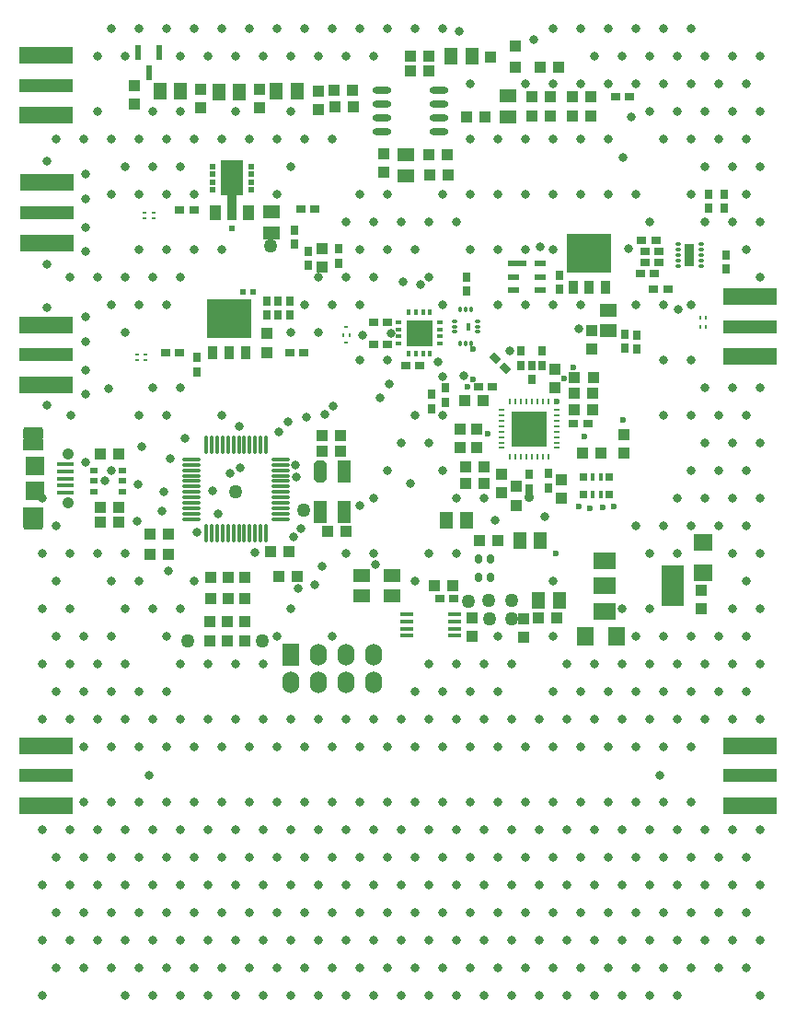
<source format=gts>
G04*
G04 #@! TF.GenerationSoftware,Altium Limited,Altium Designer,20.2.4 (192)*
G04*
G04 Layer_Color=8388736*
%FSLAX25Y25*%
%MOIN*%
G70*
G04*
G04 #@! TF.SameCoordinates,2E8E0BC3-B8D5-4E9D-ADAA-81CF339668D3*
G04*
G04*
G04 #@! TF.FilePolarity,Negative*
G04*
G01*
G75*
%ADD20R,0.08268X0.12795*%
%ADD21R,0.16043X0.14370*%
%ADD22R,0.03543X0.02756*%
%ADD23R,0.01181X0.00591*%
%ADD24R,0.00591X0.01181*%
%ADD25R,0.02264X0.01181*%
%ADD26R,0.01181X0.02264*%
%ADD27R,0.09449X0.09449*%
%ADD28R,0.06890X0.02362*%
%ADD29R,0.03937X0.02362*%
%ADD30R,0.02756X0.03543*%
%ADD31R,0.04331X0.03937*%
%ADD32R,0.03543X0.19685*%
%ADD33R,0.03937X0.05512*%
G04:AMPARAMS|DCode=34|XSize=31.5mil|YSize=23.62mil|CornerRadius=5.91mil|HoleSize=0mil|Usage=FLASHONLY|Rotation=90.000|XOffset=0mil|YOffset=0mil|HoleType=Round|Shape=RoundedRectangle|*
%AMROUNDEDRECTD34*
21,1,0.03150,0.01181,0,0,90.0*
21,1,0.01968,0.02362,0,0,90.0*
1,1,0.01181,0.00591,0.00984*
1,1,0.01181,0.00591,-0.00984*
1,1,0.01181,-0.00591,-0.00984*
1,1,0.01181,-0.00591,0.00984*
%
%ADD34ROUNDEDRECTD34*%
%ADD35O,0.01181X0.06890*%
%ADD36O,0.06890X0.01181*%
%ADD37R,0.02362X0.05512*%
%ADD38R,0.07900X0.05900*%
%ADD39R,0.07900X0.15000*%
%ADD40O,0.06890X0.02362*%
%ADD41R,0.07480X0.04232*%
%ADD42R,0.07087X0.07087*%
%ADD43R,0.05906X0.01575*%
%ADD44R,0.02756X0.01968*%
%ADD45R,0.04000X0.04000*%
%ADD46R,0.02559X0.02756*%
%ADD47R,0.01772X0.02756*%
%ADD48R,0.04500X0.01500*%
%ADD49R,0.04724X0.07874*%
G04:AMPARAMS|DCode=50|XSize=78.74mil|YSize=47.24mil|CornerRadius=0mil|HoleSize=0mil|Usage=FLASHONLY|Rotation=270.000|XOffset=0mil|YOffset=0mil|HoleType=Round|Shape=Octagon|*
%AMOCTAGOND50*
4,1,8,-0.01181,-0.03937,0.01181,-0.03937,0.02362,-0.02756,0.02362,0.02756,0.01181,0.03937,-0.01181,0.03937,-0.02362,0.02756,-0.02362,-0.02756,-0.01181,-0.03937,0.0*
%
%ADD50OCTAGOND50*%

%ADD51R,0.07087X0.06299*%
%ADD52R,0.05906X0.05118*%
%ADD53R,0.03937X0.04331*%
%ADD54O,0.02362X0.01181*%
%ADD55R,0.03543X0.08268*%
%ADD56R,0.12992X0.12992*%
%ADD57O,0.00984X0.02559*%
%ADD58O,0.02559X0.00984*%
%ADD59O,0.01181X0.02362*%
%ADD60R,0.01575X0.03150*%
%ADD61R,0.03543X0.05118*%
%ADD62R,0.19685X0.06299*%
%ADD63R,0.19685X0.04724*%
%ADD64R,0.01496X0.01102*%
G04:AMPARAMS|DCode=65|XSize=27.56mil|YSize=35.43mil|CornerRadius=0mil|HoleSize=0mil|Usage=FLASHONLY|Rotation=225.000|XOffset=0mil|YOffset=0mil|HoleType=Round|Shape=Rectangle|*
%AMROTATEDRECTD65*
4,1,4,-0.00278,0.02227,0.02227,-0.00278,0.00278,-0.02227,-0.02227,0.00278,-0.00278,0.02227,0.0*
%
%ADD65ROTATEDRECTD65*%

%ADD66R,0.06299X0.07087*%
%ADD67R,0.01102X0.01496*%
%ADD68R,0.05118X0.05906*%
G04:AMPARAMS|DCode=69|XSize=74.8mil|YSize=49.21mil|CornerRadius=12.3mil|HoleSize=0mil|Usage=FLASHONLY|Rotation=0.000|XOffset=0mil|YOffset=0mil|HoleType=Round|Shape=RoundedRectangle|*
%AMROUNDEDRECTD69*
21,1,0.07480,0.02461,0,0,0.0*
21,1,0.05020,0.04921,0,0,0.0*
1,1,0.02461,0.02510,-0.01230*
1,1,0.02461,-0.02510,-0.01230*
1,1,0.02461,-0.02510,0.01230*
1,1,0.02461,0.02510,0.01230*
%
%ADD69ROUNDEDRECTD69*%
%ADD70C,0.04134*%
%ADD71R,0.06000X0.08000*%
%ADD72O,0.06000X0.08000*%
%ADD73C,0.02400*%
%ADD74C,0.03150*%
%ADD75C,0.05000*%
%ADD76C,0.02362*%
%ADD77C,0.03556*%
D20*
X77362Y314819D02*
D03*
D21*
X76329Y263834D02*
D03*
X206785Y287413D02*
D03*
D22*
X128543Y262731D02*
D03*
X133661D02*
D03*
X128543Y254681D02*
D03*
X133661D02*
D03*
X145472Y246807D02*
D03*
X140354D02*
D03*
X201181Y225941D02*
D03*
X206299D02*
D03*
X53346Y251531D02*
D03*
X58464D02*
D03*
X103346Y251728D02*
D03*
X98228D02*
D03*
X232087Y284208D02*
D03*
X226969D02*
D03*
X232087Y288145D02*
D03*
X226969D02*
D03*
X221402Y344216D02*
D03*
X216283D02*
D03*
X171795Y239098D02*
D03*
X166677D02*
D03*
X225787Y292082D02*
D03*
X230906D02*
D03*
X225328Y280228D02*
D03*
X230446D02*
D03*
X235236Y274563D02*
D03*
X230118D02*
D03*
X157677Y162592D02*
D03*
X152559D02*
D03*
X63543Y303106D02*
D03*
X58425D02*
D03*
X107438Y303500D02*
D03*
X102320D02*
D03*
D23*
X118841Y260882D02*
D03*
Y255173D02*
D03*
D24*
X120121Y258027D02*
D03*
X117561D02*
D03*
D25*
X152706Y254878D02*
D03*
X152707Y257439D02*
D03*
X152706Y259995D02*
D03*
X152705Y262556D02*
D03*
X137847D02*
D03*
X137847Y259995D02*
D03*
Y257430D02*
D03*
X137840Y254879D02*
D03*
D26*
X149116Y266140D02*
D03*
X146555Y266148D02*
D03*
X143997Y266148D02*
D03*
X141437Y266148D02*
D03*
X141436Y251279D02*
D03*
X143997Y251279D02*
D03*
X146560Y251288D02*
D03*
X149114Y251284D02*
D03*
D27*
X145275Y258716D02*
D03*
D28*
X180797Y283766D02*
D03*
D29*
X179320Y279041D02*
D03*
D03*
X179320Y274317D02*
D03*
X189163D02*
D03*
X189163Y279041D02*
D03*
X189163Y283766D02*
D03*
D30*
X116142Y284012D02*
D03*
Y289130D02*
D03*
X98425Y270232D02*
D03*
Y265114D02*
D03*
X191929Y207831D02*
D03*
Y202712D02*
D03*
X185968Y247004D02*
D03*
Y241886D02*
D03*
X94130Y265114D02*
D03*
Y270232D02*
D03*
X154580Y238736D02*
D03*
Y233618D02*
D03*
X149606Y236472D02*
D03*
Y231354D02*
D03*
X162205Y278893D02*
D03*
Y273775D02*
D03*
X64567Y249760D02*
D03*
Y244641D02*
D03*
X256299Y281890D02*
D03*
Y287008D02*
D03*
X255817Y303742D02*
D03*
Y308860D02*
D03*
X181890Y247004D02*
D03*
Y252122D02*
D03*
X189764Y252122D02*
D03*
Y247004D02*
D03*
X250000Y308860D02*
D03*
Y303742D02*
D03*
X184984Y207405D02*
D03*
Y202287D02*
D03*
X195910Y274563D02*
D03*
Y279681D02*
D03*
X219563Y253106D02*
D03*
Y258224D02*
D03*
X224016Y252909D02*
D03*
Y258027D02*
D03*
X90157Y270232D02*
D03*
Y265114D02*
D03*
X100042Y296020D02*
D03*
Y290901D02*
D03*
X105118Y283224D02*
D03*
Y288342D02*
D03*
D31*
X155260Y323350D02*
D03*
X148567D02*
D03*
X168252Y234374D02*
D03*
X161559D02*
D03*
X168701Y204287D02*
D03*
X162008D02*
D03*
X208071Y236768D02*
D03*
X201378D02*
D03*
X201378Y230862D02*
D03*
X208071D02*
D03*
X173764Y183618D02*
D03*
X167071Y183618D02*
D03*
X157285Y167279D02*
D03*
X150593D02*
D03*
X54527Y185980D02*
D03*
X47835D02*
D03*
X54527Y178697D02*
D03*
X47835D02*
D03*
X118701Y186767D02*
D03*
X112008D02*
D03*
X110157Y215901D02*
D03*
X116850D02*
D03*
X110039Y221413D02*
D03*
X116732D02*
D03*
X188281Y155665D02*
D03*
X194974D02*
D03*
X141874Y353665D02*
D03*
X148567D02*
D03*
Y358783D02*
D03*
X141874D02*
D03*
X121008Y346579D02*
D03*
X114315D02*
D03*
X155654Y315870D02*
D03*
X148961D02*
D03*
X121402Y340673D02*
D03*
X114709D02*
D03*
X162346Y336736D02*
D03*
X169039D02*
D03*
X185969Y344216D02*
D03*
X192661D02*
D03*
X168701Y210193D02*
D03*
X162008D02*
D03*
X201520Y242445D02*
D03*
X208213D02*
D03*
X211024Y215114D02*
D03*
X204331D02*
D03*
X94357Y170626D02*
D03*
X101050D02*
D03*
X29724Y190114D02*
D03*
X36417D02*
D03*
X29724Y214819D02*
D03*
X36417D02*
D03*
X29724Y195626D02*
D03*
X36417D02*
D03*
X189118Y354846D02*
D03*
X195811D02*
D03*
X207228Y344216D02*
D03*
X200535D02*
D03*
X207228Y337130D02*
D03*
X200535D02*
D03*
X192661D02*
D03*
X185969D02*
D03*
X91270Y179563D02*
D03*
X97963D02*
D03*
D32*
X77362Y309208D02*
D03*
D33*
X71260Y302122D02*
D03*
X83464D02*
D03*
D34*
X166614Y170392D02*
D03*
X171063Y170392D02*
D03*
X171063Y176888D02*
D03*
X166614D02*
D03*
D35*
X89709Y186079D02*
D03*
X87740Y186078D02*
D03*
X85772D02*
D03*
X83803D02*
D03*
X81835D02*
D03*
X79866D02*
D03*
X77898Y186079D02*
D03*
X75929D02*
D03*
X73961Y186078D02*
D03*
X71992D02*
D03*
X70024D02*
D03*
X68055D02*
D03*
Y218165D02*
D03*
X70024Y218165D02*
D03*
X71992D02*
D03*
X73961D02*
D03*
X75929Y218165D02*
D03*
X77898D02*
D03*
X79866D02*
D03*
X81835D02*
D03*
X83803D02*
D03*
X85772Y218165D02*
D03*
X87740D02*
D03*
X89709Y218165D02*
D03*
D36*
X62839Y191295D02*
D03*
Y193263D02*
D03*
Y195232D02*
D03*
X62839Y197201D02*
D03*
Y199169D02*
D03*
Y201137D02*
D03*
X62839Y203106D02*
D03*
Y205075D02*
D03*
X62839Y207043D02*
D03*
Y209012D02*
D03*
Y210980D02*
D03*
Y212948D02*
D03*
X94925D02*
D03*
Y210980D02*
D03*
Y209012D02*
D03*
Y207043D02*
D03*
Y205075D02*
D03*
Y203106D02*
D03*
Y201137D02*
D03*
Y199169D02*
D03*
Y197201D02*
D03*
Y195232D02*
D03*
Y193263D02*
D03*
Y191295D02*
D03*
D37*
X50984Y360389D02*
D03*
X43504D02*
D03*
X47244Y352909D02*
D03*
D38*
X212332Y158022D02*
D03*
Y167122D02*
D03*
Y176222D02*
D03*
D39*
X237132Y167122D02*
D03*
D40*
X152406Y331598D02*
D03*
Y336598D02*
D03*
Y341598D02*
D03*
Y346598D02*
D03*
X131736Y331598D02*
D03*
Y336598D02*
D03*
Y341598D02*
D03*
Y346598D02*
D03*
D41*
X5474Y193633D02*
D03*
Y218337D02*
D03*
D42*
X6183Y201458D02*
D03*
Y210513D02*
D03*
D43*
X17010Y200867D02*
D03*
Y203426D02*
D03*
Y205985D02*
D03*
Y208544D02*
D03*
X17010Y211103D02*
D03*
D44*
X27224Y201334D02*
D03*
Y205075D02*
D03*
Y208815D02*
D03*
X37657D02*
D03*
Y205075D02*
D03*
Y201334D02*
D03*
D45*
X171135Y358683D02*
D03*
X179936Y362583D02*
D03*
Y354983D02*
D03*
X69685Y170392D02*
D03*
Y162592D02*
D03*
X75984Y170392D02*
D03*
Y162592D02*
D03*
X82102Y170392D02*
D03*
Y162592D02*
D03*
D46*
X204724Y200153D02*
D03*
Y206452D02*
D03*
X214173Y200153D02*
D03*
Y206452D02*
D03*
D47*
X207874Y200153D02*
D03*
Y206452D02*
D03*
X211024Y200153D02*
D03*
Y206452D02*
D03*
D48*
X157874Y156750D02*
D03*
Y154190D02*
D03*
Y151630D02*
D03*
Y149070D02*
D03*
X140551Y149068D02*
D03*
X140551Y151628D02*
D03*
X140551Y154188D02*
D03*
Y156748D02*
D03*
D49*
X118110Y208618D02*
D03*
X118110Y194051D02*
D03*
X109449Y194051D02*
D03*
D50*
Y208618D02*
D03*
D51*
X248031Y172004D02*
D03*
Y183027D02*
D03*
D52*
X135433Y163539D02*
D03*
Y171019D02*
D03*
X91571Y302516D02*
D03*
Y295035D02*
D03*
X140496Y323153D02*
D03*
Y315673D02*
D03*
X124409Y171019D02*
D03*
Y163539D02*
D03*
X213779Y266886D02*
D03*
Y259405D02*
D03*
X177504Y344413D02*
D03*
Y336933D02*
D03*
D53*
X110039Y289277D02*
D03*
Y282584D02*
D03*
X219291Y215311D02*
D03*
Y222004D02*
D03*
X90157Y251728D02*
D03*
Y258421D02*
D03*
X196850Y205468D02*
D03*
Y198775D02*
D03*
X180260Y203075D02*
D03*
Y196382D02*
D03*
X194433Y238901D02*
D03*
Y245594D02*
D03*
X160181Y223941D02*
D03*
Y217248D02*
D03*
X175197Y207634D02*
D03*
Y200941D02*
D03*
X166087Y223941D02*
D03*
Y217248D02*
D03*
X164370Y155665D02*
D03*
X164370Y148972D02*
D03*
X183071Y155271D02*
D03*
Y148579D02*
D03*
X132228Y316854D02*
D03*
Y323547D02*
D03*
X66087Y340083D02*
D03*
Y346775D02*
D03*
X87347Y340083D02*
D03*
Y346775D02*
D03*
X69504Y147382D02*
D03*
Y154075D02*
D03*
X75803Y147382D02*
D03*
Y154075D02*
D03*
X82102Y147382D02*
D03*
Y154075D02*
D03*
X108606Y346382D02*
D03*
Y339689D02*
D03*
X42126Y348350D02*
D03*
Y341657D02*
D03*
X207732Y259602D02*
D03*
Y252909D02*
D03*
X247244Y158815D02*
D03*
Y165508D02*
D03*
D54*
X238976Y290901D02*
D03*
Y288933D02*
D03*
Y286964D02*
D03*
Y284996D02*
D03*
Y283027D02*
D03*
X247244D02*
D03*
Y284996D02*
D03*
Y286964D02*
D03*
Y288933D02*
D03*
Y290901D02*
D03*
X158016Y263006D02*
D03*
Y261038D02*
D03*
Y259069D02*
D03*
X166284D02*
D03*
Y261038D02*
D03*
Y263006D02*
D03*
D55*
X243110Y286964D02*
D03*
D56*
X185039Y223972D02*
D03*
D57*
X191929Y214031D02*
D03*
X189961D02*
D03*
X187992D02*
D03*
X186024D02*
D03*
X184055D02*
D03*
X182087D02*
D03*
X180118D02*
D03*
X178150D02*
D03*
Y233913D02*
D03*
X180118D02*
D03*
X182087D02*
D03*
X184055D02*
D03*
X186024D02*
D03*
X187992D02*
D03*
X189961D02*
D03*
X191929D02*
D03*
D58*
X175098Y217083D02*
D03*
Y219051D02*
D03*
Y221020D02*
D03*
Y222988D02*
D03*
Y224956D02*
D03*
Y226925D02*
D03*
Y228893D02*
D03*
Y230862D02*
D03*
X194980D02*
D03*
Y228893D02*
D03*
Y226925D02*
D03*
Y224956D02*
D03*
Y222988D02*
D03*
Y221020D02*
D03*
Y219051D02*
D03*
Y217083D02*
D03*
D59*
X164118Y267140D02*
D03*
X162150D02*
D03*
X160181D02*
D03*
Y254935D02*
D03*
X162150D02*
D03*
X164118D02*
D03*
D60*
X162937Y261038D02*
D03*
D61*
X70472Y251630D02*
D03*
X82283D02*
D03*
X76378D02*
D03*
X206835Y275208D02*
D03*
X212740D02*
D03*
X200929D02*
D03*
D62*
X265118Y87520D02*
D03*
Y109331D02*
D03*
X10079Y261693D02*
D03*
Y239882D02*
D03*
X10258Y313126D02*
D03*
Y291315D02*
D03*
X265118Y250118D02*
D03*
Y271929D02*
D03*
X10079Y359269D02*
D03*
Y337458D02*
D03*
Y109331D02*
D03*
Y87520D02*
D03*
D63*
X265118Y98425D02*
D03*
X10079Y250787D02*
D03*
X10258Y302220D02*
D03*
X265118Y261024D02*
D03*
X10079Y348363D02*
D03*
Y98425D02*
D03*
D64*
X48868Y302220D02*
D03*
X45719D02*
D03*
Y300252D02*
D03*
X48868D02*
D03*
X46063Y248807D02*
D03*
X42913D02*
D03*
Y250775D02*
D03*
X46063D02*
D03*
D65*
X172600Y249431D02*
D03*
X176219Y245813D02*
D03*
D66*
X205512Y148775D02*
D03*
X216535D02*
D03*
D67*
X249016Y260931D02*
D03*
Y264081D02*
D03*
X247047D02*
D03*
Y260931D02*
D03*
D68*
X156835Y358783D02*
D03*
X164315D02*
D03*
X58803Y346185D02*
D03*
X51323D02*
D03*
X80063Y345791D02*
D03*
X72583D02*
D03*
X100929Y346185D02*
D03*
X93449D02*
D03*
X189173Y183421D02*
D03*
X181693D02*
D03*
X162346Y190901D02*
D03*
X154866D02*
D03*
X188491Y161767D02*
D03*
X195971D02*
D03*
D69*
X5474Y189883D02*
D03*
Y222087D02*
D03*
D70*
X17994Y214745D02*
D03*
X17994Y197225D02*
D03*
D71*
X98779Y142358D02*
D03*
D72*
Y132358D02*
D03*
X108780Y142358D02*
D03*
Y132358D02*
D03*
X118780Y142358D02*
D03*
Y132358D02*
D03*
X128779Y142358D02*
D03*
Y132358D02*
D03*
D73*
X206835Y275208D02*
D03*
X202512Y291886D02*
D03*
X205660Y286375D02*
D03*
X208809D02*
D03*
Y283619D02*
D03*
X205660D02*
D03*
Y289131D02*
D03*
X208809D02*
D03*
Y291886D02*
D03*
X202510Y283619D02*
D03*
Y286375D02*
D03*
X205660Y291886D02*
D03*
X202512Y288963D02*
D03*
X211959Y291886D02*
D03*
Y286375D02*
D03*
Y289131D02*
D03*
Y283619D02*
D03*
X85039Y273720D02*
D03*
X81496D02*
D03*
X76378Y251218D02*
D03*
X81496Y259782D02*
D03*
Y265293D02*
D03*
Y262537D02*
D03*
Y268048D02*
D03*
X72215Y265126D02*
D03*
X75197Y268048D02*
D03*
X72047Y262537D02*
D03*
Y259782D02*
D03*
X78347Y268048D02*
D03*
Y265293D02*
D03*
X75197D02*
D03*
Y259782D02*
D03*
X78347D02*
D03*
Y262537D02*
D03*
X75197D02*
D03*
X77362Y296457D02*
D03*
X77362Y305118D02*
D03*
Y302362D02*
D03*
Y307874D02*
D03*
X84350Y318896D02*
D03*
Y316142D02*
D03*
Y310630D02*
D03*
Y313386D02*
D03*
X70276Y318896D02*
D03*
Y316142D02*
D03*
Y310630D02*
D03*
Y313386D02*
D03*
X75732D02*
D03*
X79150D02*
D03*
Y310630D02*
D03*
X75732D02*
D03*
Y316142D02*
D03*
X79150D02*
D03*
Y318896D02*
D03*
X75732D02*
D03*
D74*
X19089Y228948D02*
D03*
X24409Y245215D02*
D03*
Y255451D02*
D03*
Y236706D02*
D03*
X10214Y232710D02*
D03*
X24409Y264506D02*
D03*
X10214Y268048D02*
D03*
X10258Y320866D02*
D03*
X24409Y316142D02*
D03*
X10258Y283465D02*
D03*
X24409Y288342D02*
D03*
Y307087D02*
D03*
Y296850D02*
D03*
X268779Y358972D02*
D03*
Y338972D02*
D03*
Y318972D02*
D03*
Y298972D02*
D03*
Y278972D02*
D03*
Y238972D02*
D03*
Y218972D02*
D03*
Y198972D02*
D03*
Y178972D02*
D03*
Y158972D02*
D03*
Y138972D02*
D03*
Y118972D02*
D03*
Y78972D02*
D03*
Y58972D02*
D03*
Y38972D02*
D03*
Y18972D02*
D03*
X258780Y358972D02*
D03*
X263779Y348972D02*
D03*
X258780Y338972D02*
D03*
X263779Y328972D02*
D03*
X258780Y318972D02*
D03*
X263779Y308972D02*
D03*
X258780Y298972D02*
D03*
X263779Y288972D02*
D03*
X258780Y238972D02*
D03*
X263779Y228972D02*
D03*
X258780Y218972D02*
D03*
X263779Y208972D02*
D03*
X258780Y198972D02*
D03*
X263779Y188972D02*
D03*
X258780Y178972D02*
D03*
X263779Y168972D02*
D03*
X258780Y158972D02*
D03*
X263779Y148972D02*
D03*
X258780Y138972D02*
D03*
X263779Y128972D02*
D03*
X258780Y118972D02*
D03*
Y78972D02*
D03*
X263779Y68972D02*
D03*
X258780Y58972D02*
D03*
X263779Y48972D02*
D03*
X258780Y38972D02*
D03*
X263779Y28972D02*
D03*
X248780Y358972D02*
D03*
X253780Y348972D02*
D03*
X248780Y338972D02*
D03*
X253780Y328972D02*
D03*
X248780Y318972D02*
D03*
Y298972D02*
D03*
Y238972D02*
D03*
X253780Y228972D02*
D03*
X248780Y218972D02*
D03*
X253780Y208972D02*
D03*
X248780Y198972D02*
D03*
X253780Y188972D02*
D03*
Y148972D02*
D03*
X248780Y138972D02*
D03*
X253780Y128972D02*
D03*
X248780Y118972D02*
D03*
Y78972D02*
D03*
X253780Y68972D02*
D03*
X248780Y58972D02*
D03*
X253780Y48972D02*
D03*
X248780Y38972D02*
D03*
X253780Y28972D02*
D03*
X243779Y368972D02*
D03*
X238779Y358972D02*
D03*
X243779Y348972D02*
D03*
X238779Y338972D02*
D03*
X243779Y328972D02*
D03*
Y308972D02*
D03*
Y268972D02*
D03*
Y248972D02*
D03*
Y228972D02*
D03*
Y208972D02*
D03*
X238779Y198972D02*
D03*
X243779Y188972D02*
D03*
X238779Y178972D02*
D03*
X243779Y148972D02*
D03*
X238779Y138972D02*
D03*
X243779Y128972D02*
D03*
X238779Y118972D02*
D03*
X243779Y108972D02*
D03*
Y88972D02*
D03*
X238779Y78972D02*
D03*
X243779Y68972D02*
D03*
X238779Y58972D02*
D03*
X243779Y48972D02*
D03*
X238779Y38972D02*
D03*
X243779Y28972D02*
D03*
X238779Y18972D02*
D03*
X233780Y368972D02*
D03*
X228780Y358972D02*
D03*
X233780Y348972D02*
D03*
X228780Y338972D02*
D03*
X233780Y328972D02*
D03*
X228780Y298972D02*
D03*
X233780Y268972D02*
D03*
Y248972D02*
D03*
Y228972D02*
D03*
Y188972D02*
D03*
X228780Y178972D02*
D03*
Y158972D02*
D03*
X233780Y148972D02*
D03*
X228780Y138972D02*
D03*
X233780Y128972D02*
D03*
X228780Y118972D02*
D03*
X233780Y108972D02*
D03*
Y88972D02*
D03*
X228780Y78972D02*
D03*
X233780Y68972D02*
D03*
X228780Y58972D02*
D03*
X233780Y48972D02*
D03*
X228780Y38972D02*
D03*
X233780Y28972D02*
D03*
X228780Y18972D02*
D03*
X223780Y368972D02*
D03*
X218779Y358972D02*
D03*
X223780Y348972D02*
D03*
Y308972D02*
D03*
Y268972D02*
D03*
Y188972D02*
D03*
X218779Y158972D02*
D03*
X223780Y148972D02*
D03*
X218779Y138972D02*
D03*
X223780Y128972D02*
D03*
X218779Y118972D02*
D03*
X223780Y108972D02*
D03*
Y88972D02*
D03*
X218779Y78972D02*
D03*
X223780Y68972D02*
D03*
X218779Y58972D02*
D03*
X223780Y48972D02*
D03*
X218779Y38972D02*
D03*
X223780Y28972D02*
D03*
X218779Y18972D02*
D03*
X213779Y368972D02*
D03*
X208780Y358972D02*
D03*
X213779Y348972D02*
D03*
Y328972D02*
D03*
Y308972D02*
D03*
X208780Y138972D02*
D03*
X213779Y128972D02*
D03*
X208780Y118972D02*
D03*
X213779Y108972D02*
D03*
Y88972D02*
D03*
X208780Y78972D02*
D03*
X213779Y68972D02*
D03*
X208780Y58972D02*
D03*
X213779Y48972D02*
D03*
X208780Y38972D02*
D03*
X213779Y28972D02*
D03*
X208780Y18972D02*
D03*
X203780Y368972D02*
D03*
Y348972D02*
D03*
Y328972D02*
D03*
Y308972D02*
D03*
Y268972D02*
D03*
X198779Y138972D02*
D03*
X203780Y128972D02*
D03*
X198779Y118972D02*
D03*
X203780Y108972D02*
D03*
Y88972D02*
D03*
X198779Y78972D02*
D03*
X203780Y68972D02*
D03*
X198779Y58972D02*
D03*
X203780Y48972D02*
D03*
X198779Y38972D02*
D03*
X203780Y28972D02*
D03*
X198779Y18972D02*
D03*
X193780Y368972D02*
D03*
Y348972D02*
D03*
Y328972D02*
D03*
Y308972D02*
D03*
Y288972D02*
D03*
Y268972D02*
D03*
Y168972D02*
D03*
Y148972D02*
D03*
Y128972D02*
D03*
X188779Y118972D02*
D03*
X193780Y108972D02*
D03*
Y88972D02*
D03*
X188779Y78972D02*
D03*
X193780Y68972D02*
D03*
X188779Y58972D02*
D03*
X193780Y48972D02*
D03*
X188779Y38972D02*
D03*
X193780Y28972D02*
D03*
X188779Y18972D02*
D03*
X183780Y348972D02*
D03*
Y328972D02*
D03*
Y308972D02*
D03*
Y288972D02*
D03*
Y268972D02*
D03*
X178779Y138972D02*
D03*
Y118972D02*
D03*
X183780Y108972D02*
D03*
Y88972D02*
D03*
X178779Y78972D02*
D03*
X183780Y68972D02*
D03*
X178779Y58972D02*
D03*
X183780Y48972D02*
D03*
X178779Y38972D02*
D03*
X183780Y28972D02*
D03*
X178779Y18972D02*
D03*
X173779Y328972D02*
D03*
Y308972D02*
D03*
Y288972D02*
D03*
Y268972D02*
D03*
X168780Y198972D02*
D03*
X173779Y148972D02*
D03*
X168780Y138972D02*
D03*
X173779Y128972D02*
D03*
X168780Y118972D02*
D03*
X173779Y108972D02*
D03*
Y88972D02*
D03*
X168780Y78972D02*
D03*
X173779Y68972D02*
D03*
X168780Y58972D02*
D03*
X173779Y48972D02*
D03*
X168780Y38972D02*
D03*
X173779Y28972D02*
D03*
X168780Y18972D02*
D03*
X163779Y348972D02*
D03*
Y328972D02*
D03*
Y308972D02*
D03*
X158780Y298972D02*
D03*
X163779Y288972D02*
D03*
X158780Y198972D02*
D03*
Y178972D02*
D03*
Y138972D02*
D03*
X163779Y128972D02*
D03*
X158780Y118972D02*
D03*
X163779Y108972D02*
D03*
Y88972D02*
D03*
X158780Y78972D02*
D03*
X163779Y68972D02*
D03*
X158780Y58972D02*
D03*
X163779Y48972D02*
D03*
X158780Y38972D02*
D03*
X163779Y28972D02*
D03*
X158780Y18972D02*
D03*
X153779Y368972D02*
D03*
Y308972D02*
D03*
X148779Y298972D02*
D03*
Y278972D02*
D03*
X153779Y268972D02*
D03*
Y228972D02*
D03*
X148779Y218972D02*
D03*
X153779Y208972D02*
D03*
X148779Y178972D02*
D03*
Y138972D02*
D03*
X153779Y128972D02*
D03*
X148779Y118972D02*
D03*
X153779Y108972D02*
D03*
Y88972D02*
D03*
X148779Y78972D02*
D03*
X153779Y68972D02*
D03*
X148779Y58972D02*
D03*
X153779Y48972D02*
D03*
X148779Y38972D02*
D03*
X153779Y28972D02*
D03*
X148779Y18972D02*
D03*
X143780Y368972D02*
D03*
X138779Y298972D02*
D03*
X143780Y288972D02*
D03*
Y228972D02*
D03*
X138779Y218972D02*
D03*
X143780Y168972D02*
D03*
Y128972D02*
D03*
X138779Y118972D02*
D03*
X143780Y108972D02*
D03*
Y88972D02*
D03*
X138779Y78972D02*
D03*
X143780Y68972D02*
D03*
X138779Y58972D02*
D03*
X143780Y48972D02*
D03*
X138779Y38972D02*
D03*
X143780Y28972D02*
D03*
X138779Y18972D02*
D03*
X133780Y368972D02*
D03*
X128779Y358972D02*
D03*
X133780Y308972D02*
D03*
X128779Y298972D02*
D03*
X133780Y288972D02*
D03*
X128779Y278972D02*
D03*
X133780Y248972D02*
D03*
Y208972D02*
D03*
X128779Y198972D02*
D03*
Y178972D02*
D03*
Y118972D02*
D03*
X133780Y108972D02*
D03*
Y88972D02*
D03*
X128779Y78972D02*
D03*
X133780Y68972D02*
D03*
X128779Y58972D02*
D03*
X133780Y48972D02*
D03*
X128779Y38972D02*
D03*
X133780Y28972D02*
D03*
X128779Y18972D02*
D03*
X123779Y368972D02*
D03*
X118780Y358972D02*
D03*
X123779Y308972D02*
D03*
X118780Y298972D02*
D03*
X123779Y288972D02*
D03*
X118780Y278972D02*
D03*
X123779Y268972D02*
D03*
Y248972D02*
D03*
X118780Y178972D02*
D03*
Y118972D02*
D03*
X123779Y108972D02*
D03*
Y88972D02*
D03*
X118780Y78972D02*
D03*
X123779Y68972D02*
D03*
X118780Y58972D02*
D03*
X123779Y48972D02*
D03*
X118780Y38972D02*
D03*
X123779Y28972D02*
D03*
X118780Y18972D02*
D03*
X113779Y368972D02*
D03*
X108780Y358972D02*
D03*
X113779Y328972D02*
D03*
X108780Y278972D02*
D03*
X113779Y268972D02*
D03*
X108780Y258972D02*
D03*
X113779Y148972D02*
D03*
X108780Y118972D02*
D03*
X113779Y108972D02*
D03*
Y88972D02*
D03*
X108780Y78972D02*
D03*
X113779Y68972D02*
D03*
X108780Y58972D02*
D03*
X113779Y48972D02*
D03*
X108780Y38972D02*
D03*
X113779Y28972D02*
D03*
X108780Y18972D02*
D03*
X103779Y368972D02*
D03*
X98779Y358972D02*
D03*
Y338972D02*
D03*
X103779Y328972D02*
D03*
X98779Y318972D02*
D03*
X103779Y268972D02*
D03*
X98779Y258972D02*
D03*
Y158972D02*
D03*
Y118972D02*
D03*
X103779Y108972D02*
D03*
Y88972D02*
D03*
X98779Y78972D02*
D03*
X103779Y68972D02*
D03*
X98779Y58972D02*
D03*
X103779Y48972D02*
D03*
X98779Y38972D02*
D03*
X103779Y28972D02*
D03*
X98779Y18972D02*
D03*
X93779Y368972D02*
D03*
X88779Y358972D02*
D03*
X93779Y328972D02*
D03*
Y308972D02*
D03*
Y148972D02*
D03*
X88779Y138972D02*
D03*
Y118972D02*
D03*
X93779Y108972D02*
D03*
Y88972D02*
D03*
X88779Y78972D02*
D03*
X93779Y68972D02*
D03*
X88779Y58972D02*
D03*
X93779Y48972D02*
D03*
X88779Y38972D02*
D03*
X93779Y28972D02*
D03*
X88779Y18972D02*
D03*
X83780Y368972D02*
D03*
X78780Y358972D02*
D03*
Y338972D02*
D03*
X83780Y328972D02*
D03*
X78780Y138972D02*
D03*
Y118972D02*
D03*
X83780Y108972D02*
D03*
Y88972D02*
D03*
X78780Y78972D02*
D03*
X83780Y68972D02*
D03*
X78780Y58972D02*
D03*
X83780Y48972D02*
D03*
X78780Y38972D02*
D03*
X83780Y28972D02*
D03*
X78780Y18972D02*
D03*
X73779Y368972D02*
D03*
X68779Y358972D02*
D03*
X73779Y328972D02*
D03*
Y288972D02*
D03*
Y228972D02*
D03*
X68779Y138972D02*
D03*
Y118972D02*
D03*
X73779Y108972D02*
D03*
Y88972D02*
D03*
X68779Y78972D02*
D03*
X73779Y68972D02*
D03*
X68779Y58972D02*
D03*
X73779Y48972D02*
D03*
X68779Y38972D02*
D03*
X73779Y28972D02*
D03*
X68779Y18972D02*
D03*
X63779Y368972D02*
D03*
X58780Y358972D02*
D03*
Y338972D02*
D03*
X63779Y328972D02*
D03*
X58780Y318972D02*
D03*
X63779Y308972D02*
D03*
Y288972D02*
D03*
X58780Y278972D02*
D03*
Y238972D02*
D03*
X63779Y168972D02*
D03*
X58780Y158972D02*
D03*
Y138972D02*
D03*
Y118972D02*
D03*
X63779Y108972D02*
D03*
Y88972D02*
D03*
X58780Y78972D02*
D03*
X63779Y68972D02*
D03*
X58780Y58972D02*
D03*
X63779Y48972D02*
D03*
X58780Y38972D02*
D03*
X63779Y28972D02*
D03*
X58780Y18972D02*
D03*
X53780Y368972D02*
D03*
X48779Y338972D02*
D03*
X53780Y328972D02*
D03*
X48779Y318972D02*
D03*
X53780Y308972D02*
D03*
Y288972D02*
D03*
X48779Y278972D02*
D03*
X53780Y268972D02*
D03*
X48779Y238972D02*
D03*
X53780Y228972D02*
D03*
X48779Y158972D02*
D03*
X53780Y148972D02*
D03*
Y128972D02*
D03*
X48779Y118972D02*
D03*
X53780Y108972D02*
D03*
Y88972D02*
D03*
X48779Y78972D02*
D03*
X53780Y68972D02*
D03*
X48779Y58972D02*
D03*
X53780Y48972D02*
D03*
X48779Y38972D02*
D03*
X53780Y28972D02*
D03*
X48779Y18972D02*
D03*
X43780Y368972D02*
D03*
X38780Y358972D02*
D03*
X43780Y328972D02*
D03*
X38780Y318972D02*
D03*
X43780Y308972D02*
D03*
Y288972D02*
D03*
X38780Y278972D02*
D03*
X43780Y268972D02*
D03*
X38780Y258972D02*
D03*
X43780Y228972D02*
D03*
X38780Y178972D02*
D03*
X43780Y168972D02*
D03*
X38780Y158972D02*
D03*
Y138972D02*
D03*
X43780Y128972D02*
D03*
X38780Y118972D02*
D03*
X43780Y108972D02*
D03*
Y88972D02*
D03*
X38780Y78972D02*
D03*
X43780Y68972D02*
D03*
X38780Y58972D02*
D03*
X43780Y48972D02*
D03*
X38780Y38972D02*
D03*
X43780Y28972D02*
D03*
X38780Y18972D02*
D03*
X33779Y368972D02*
D03*
X28780Y358972D02*
D03*
Y338972D02*
D03*
X33779Y328972D02*
D03*
Y308972D02*
D03*
X28780Y278972D02*
D03*
X33779Y268972D02*
D03*
Y208972D02*
D03*
X28780Y178972D02*
D03*
X33779Y168972D02*
D03*
Y148972D02*
D03*
X28780Y138972D02*
D03*
X33779Y128972D02*
D03*
X28780Y118972D02*
D03*
X33779Y108972D02*
D03*
Y88972D02*
D03*
X28780Y78972D02*
D03*
X33779Y68972D02*
D03*
X28780Y58972D02*
D03*
X33779Y48972D02*
D03*
X28780Y38972D02*
D03*
X33779Y28972D02*
D03*
X23779Y328972D02*
D03*
X18779Y278972D02*
D03*
Y178972D02*
D03*
Y158972D02*
D03*
X23779Y148972D02*
D03*
X18779Y138972D02*
D03*
X23779Y128972D02*
D03*
X18779Y118972D02*
D03*
X23779Y108972D02*
D03*
Y88972D02*
D03*
X18779Y78972D02*
D03*
X23779Y68972D02*
D03*
X18779Y58972D02*
D03*
X23779Y48972D02*
D03*
X18779Y38972D02*
D03*
X23779Y28972D02*
D03*
X13780Y328972D02*
D03*
X8779Y198972D02*
D03*
X13780Y188972D02*
D03*
X8779Y178972D02*
D03*
X13780Y168972D02*
D03*
X8779Y158972D02*
D03*
X13780Y148972D02*
D03*
X8779Y138972D02*
D03*
X13780Y128972D02*
D03*
X8779Y118972D02*
D03*
Y78972D02*
D03*
X13780Y68972D02*
D03*
X8779Y58972D02*
D03*
X13780Y48972D02*
D03*
X8779Y38972D02*
D03*
X13780Y28972D02*
D03*
X8779Y18972D02*
D03*
X32787Y238453D02*
D03*
X159843Y368010D02*
D03*
X222133Y336933D02*
D03*
X186811Y364917D02*
D03*
X232283Y98425D02*
D03*
X47244D02*
D03*
X220926Y289327D02*
D03*
X188959Y289917D02*
D03*
X218898Y322397D02*
D03*
X239173Y267279D02*
D03*
X99606Y184996D02*
D03*
X135039Y258618D02*
D03*
X202953Y260092D02*
D03*
X145669Y276193D02*
D03*
X139357Y277269D02*
D03*
X177953Y252122D02*
D03*
X131102Y235193D02*
D03*
X134252Y240114D02*
D03*
X190551Y192082D02*
D03*
X79866Y224877D02*
D03*
X153543Y243035D02*
D03*
X161221Y243225D02*
D03*
X124748Y258027D02*
D03*
X94276Y222971D02*
D03*
X54921Y213244D02*
D03*
X60236Y220626D02*
D03*
X151968Y248381D02*
D03*
X142126Y204236D02*
D03*
X110925Y229090D02*
D03*
X104331Y228106D02*
D03*
X114173Y232240D02*
D03*
X43385Y203958D02*
D03*
X101378Y166098D02*
D03*
X107205Y167476D02*
D03*
X52756Y201137D02*
D03*
X212332Y158022D02*
D03*
X100591Y206452D02*
D03*
X85826Y179090D02*
D03*
X129528Y174957D02*
D03*
X100394Y210752D02*
D03*
X123819Y196332D02*
D03*
X110157Y174169D02*
D03*
X102362Y187752D02*
D03*
X80315Y209799D02*
D03*
X76575Y207905D02*
D03*
X54331Y172594D02*
D03*
X72441Y193067D02*
D03*
X64567Y186571D02*
D03*
X51968Y194248D02*
D03*
X70472Y201492D02*
D03*
X97638Y226531D02*
D03*
X31496Y205075D02*
D03*
X44685Y217476D02*
D03*
X24409Y211767D02*
D03*
X42913Y190508D02*
D03*
X172638Y190901D02*
D03*
D75*
X61456Y147382D02*
D03*
X91339Y290311D02*
D03*
X162992Y161571D02*
D03*
X178543Y155271D02*
D03*
X170669D02*
D03*
X103362Y194658D02*
D03*
X78716Y201334D02*
D03*
X178543Y161964D02*
D03*
X170473D02*
D03*
X88386Y147382D02*
D03*
D76*
X194685Y179007D02*
D03*
X164567Y252770D02*
D03*
X164732Y241917D02*
D03*
X218898Y227319D02*
D03*
X194980Y233815D02*
D03*
X207087Y195232D02*
D03*
X202953Y195823D02*
D03*
X211559Y195626D02*
D03*
X215748Y196019D02*
D03*
X162598Y239327D02*
D03*
X196795Y205523D02*
D03*
X180260Y203075D02*
D03*
X204866Y221382D02*
D03*
X200929Y246185D02*
D03*
X197583Y242105D02*
D03*
X170024Y222169D02*
D03*
D77*
X185039Y199366D02*
D03*
M02*

</source>
